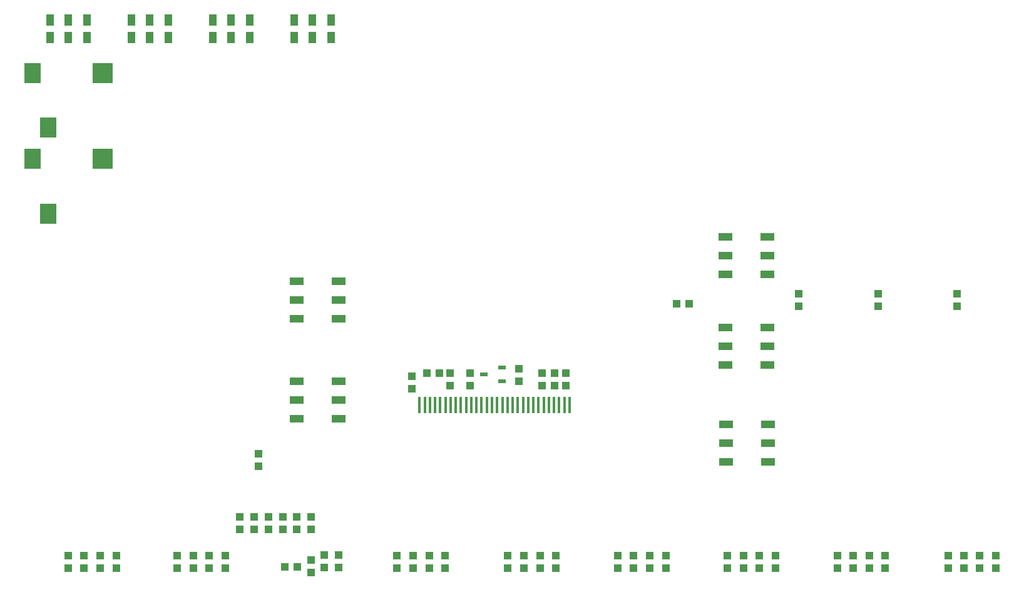
<source format=gbp>
G04*
G04 #@! TF.GenerationSoftware,Altium Limited,Altium Designer,19.0.15 (446)*
G04*
G04 Layer_Color=128*
%FSLAX25Y25*%
%MOIN*%
G70*
G01*
G75*
%ADD56R,0.03937X0.02362*%
%ADD57R,0.04331X0.03937*%
%ADD58R,0.03937X0.06299*%
%ADD59R,0.03937X0.04331*%
%ADD60R,0.01378X0.08661*%
%ADD61R,0.07284X0.03937*%
%ADD62R,0.08661X0.11024*%
%ADD63R,0.11024X0.11024*%
D56*
X220971Y174480D02*
D03*
Y167000D02*
D03*
X211522Y170740D02*
D03*
D57*
X230113Y173735D02*
D03*
Y167042D02*
D03*
X204000Y171346D02*
D03*
Y164654D02*
D03*
X249000Y171346D02*
D03*
Y164654D02*
D03*
X242500Y171346D02*
D03*
Y164654D02*
D03*
X173000Y169846D02*
D03*
Y163154D02*
D03*
X193500Y171346D02*
D03*
Y164654D02*
D03*
X255000Y171346D02*
D03*
Y164654D02*
D03*
X463500Y207154D02*
D03*
Y213846D02*
D03*
X379000Y207234D02*
D03*
Y213926D02*
D03*
X421500Y207154D02*
D03*
Y213846D02*
D03*
X89100Y94846D02*
D03*
Y88153D02*
D03*
X111900D02*
D03*
Y94846D02*
D03*
X81500Y94846D02*
D03*
Y88153D02*
D03*
X96700Y88153D02*
D03*
Y94846D02*
D03*
X104300D02*
D03*
Y88153D02*
D03*
X119500Y94846D02*
D03*
Y88153D02*
D03*
X91339Y121653D02*
D03*
Y128347D02*
D03*
X-10012Y74213D02*
D03*
Y67520D02*
D03*
X484083Y74213D02*
D03*
Y67520D02*
D03*
X475553Y67520D02*
D03*
Y74213D02*
D03*
X48059D02*
D03*
Y67520D02*
D03*
X425224Y74213D02*
D03*
Y67520D02*
D03*
X416694Y67520D02*
D03*
Y74213D02*
D03*
X366760Y74213D02*
D03*
Y67520D02*
D03*
X358230Y67520D02*
D03*
Y74213D02*
D03*
X308295Y74213D02*
D03*
Y67520D02*
D03*
X299765Y67520D02*
D03*
Y74213D02*
D03*
X165185D02*
D03*
Y67520D02*
D03*
X224240Y74213D02*
D03*
Y67520D02*
D03*
X349699D02*
D03*
Y74213D02*
D03*
X291235Y67520D02*
D03*
Y74213D02*
D03*
X408164Y67520D02*
D03*
Y74213D02*
D03*
X232770Y67520D02*
D03*
Y74213D02*
D03*
X467022Y67520D02*
D03*
Y74213D02*
D03*
X249831Y74213D02*
D03*
Y67520D02*
D03*
X241301Y67520D02*
D03*
Y74213D02*
D03*
X173715Y67520D02*
D03*
Y74213D02*
D03*
X190776Y74213D02*
D03*
Y67520D02*
D03*
X182245Y67520D02*
D03*
Y74213D02*
D03*
X341169Y67520D02*
D03*
Y74213D02*
D03*
X119500Y65254D02*
D03*
Y71947D02*
D03*
X134000Y74347D02*
D03*
Y67654D02*
D03*
X126500Y67753D02*
D03*
Y74446D02*
D03*
X56589Y67520D02*
D03*
Y74213D02*
D03*
X73650Y74213D02*
D03*
Y67520D02*
D03*
X65119Y67520D02*
D03*
Y74213D02*
D03*
X399634Y67520D02*
D03*
Y74213D02*
D03*
X458661Y67520D02*
D03*
Y74213D02*
D03*
X15579Y74213D02*
D03*
Y67520D02*
D03*
X-1482Y67520D02*
D03*
Y74213D02*
D03*
X7049Y67520D02*
D03*
Y74213D02*
D03*
X282705Y74213D02*
D03*
Y67520D02*
D03*
D58*
X43357Y359842D02*
D03*
X33514D02*
D03*
X23672D02*
D03*
X43357Y350394D02*
D03*
X33514D02*
D03*
X23672D02*
D03*
X0Y359842D02*
D03*
X-9843D02*
D03*
X-19685D02*
D03*
X0Y350394D02*
D03*
X-9843D02*
D03*
X-19685D02*
D03*
X67028D02*
D03*
X76871D02*
D03*
X86713D02*
D03*
X67028Y359842D02*
D03*
X76871D02*
D03*
X86713D02*
D03*
X110385Y350394D02*
D03*
X120227D02*
D03*
X130070D02*
D03*
X110385Y359842D02*
D03*
X120227D02*
D03*
X130070D02*
D03*
D59*
X187847Y171500D02*
D03*
X181154D02*
D03*
X313924Y208500D02*
D03*
X320617D02*
D03*
X105300Y68200D02*
D03*
X111993D02*
D03*
D60*
X257079Y154536D02*
D03*
X254323D02*
D03*
X251567D02*
D03*
X248811D02*
D03*
X246055D02*
D03*
X243299D02*
D03*
X240543D02*
D03*
X237787D02*
D03*
X235031D02*
D03*
X232275D02*
D03*
X229520D02*
D03*
X226764D02*
D03*
X224008D02*
D03*
X221252D02*
D03*
X218496D02*
D03*
X215740D02*
D03*
X212984D02*
D03*
X210228D02*
D03*
X207472D02*
D03*
X204716D02*
D03*
X201961D02*
D03*
X199205D02*
D03*
X196449D02*
D03*
X193693D02*
D03*
X190937D02*
D03*
X188181D02*
D03*
X185425D02*
D03*
X182669D02*
D03*
X179913D02*
D03*
X177157D02*
D03*
D61*
X134126Y220519D02*
D03*
X111882D02*
D03*
X134126Y210519D02*
D03*
X111882D02*
D03*
X134126Y200519D02*
D03*
X111882D02*
D03*
X134126Y167042D02*
D03*
X111882D02*
D03*
X134126Y157042D02*
D03*
X111882D02*
D03*
X134126Y147042D02*
D03*
X111882D02*
D03*
X340448Y124129D02*
D03*
X362692D02*
D03*
X340448Y134129D02*
D03*
X362692D02*
D03*
X340448Y144129D02*
D03*
X362692D02*
D03*
X362472Y195826D02*
D03*
X340228D02*
D03*
X362472Y185826D02*
D03*
X340228D02*
D03*
X362472Y175826D02*
D03*
X340228D02*
D03*
X362472Y243968D02*
D03*
X340228D02*
D03*
X362472Y233968D02*
D03*
X340228D02*
D03*
X362472Y223968D02*
D03*
X340228D02*
D03*
D62*
X-20669Y302362D02*
D03*
X-28937Y331496D02*
D03*
X-20669Y256496D02*
D03*
X-28937Y285630D02*
D03*
D63*
X8465Y331496D02*
D03*
Y285630D02*
D03*
M02*

</source>
